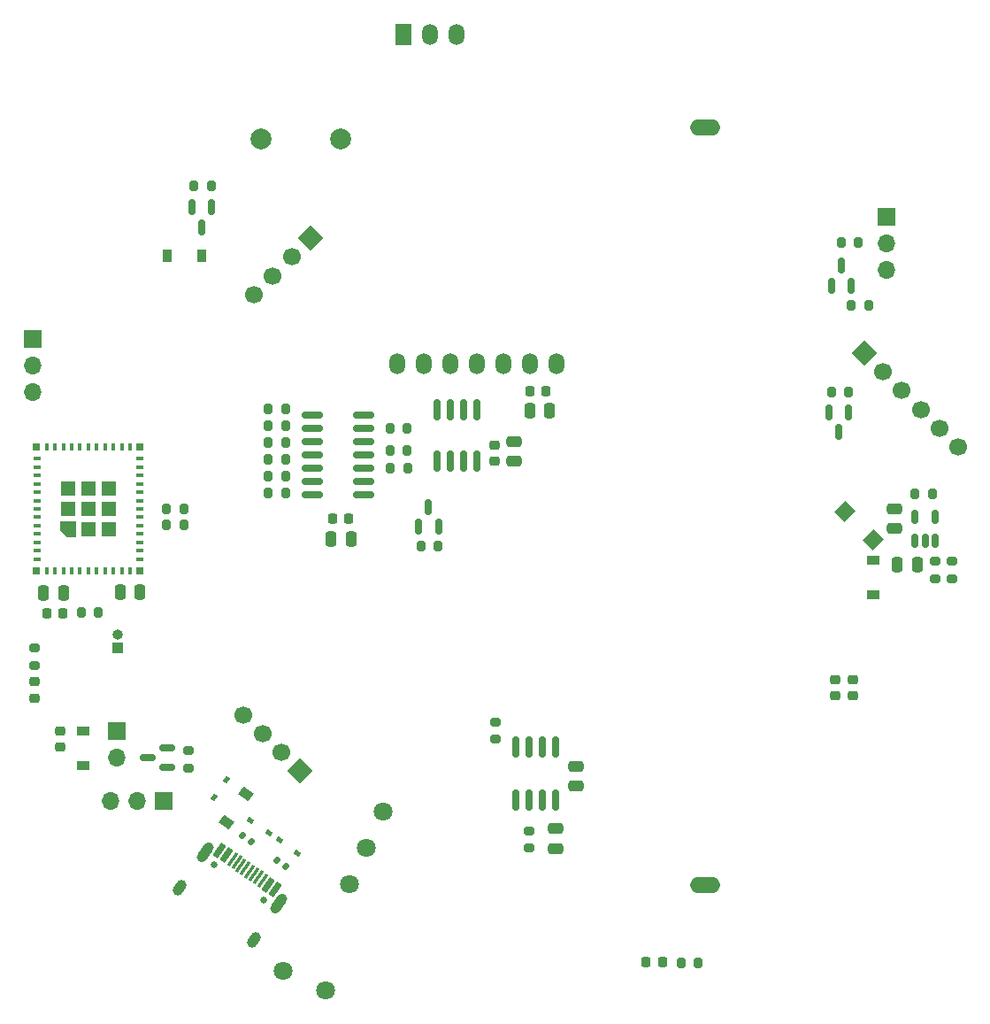
<source format=gts>
G04 #@! TF.GenerationSoftware,KiCad,Pcbnew,6.0.11-2627ca5db0~126~ubuntu20.04.1*
G04 #@! TF.CreationDate,2023-04-28T08:30:21+02:00*
G04 #@! TF.ProjectId,Semafor_bottom,53656d61-666f-4725-9f62-6f74746f6d2e,rev?*
G04 #@! TF.SameCoordinates,Original*
G04 #@! TF.FileFunction,Soldermask,Top*
G04 #@! TF.FilePolarity,Negative*
%FSLAX46Y46*%
G04 Gerber Fmt 4.6, Leading zero omitted, Abs format (unit mm)*
G04 Created by KiCad (PCBNEW 6.0.11-2627ca5db0~126~ubuntu20.04.1) date 2023-04-28 08:30:21*
%MOMM*%
%LPD*%
G01*
G04 APERTURE LIST*
G04 Aperture macros list*
%AMRoundRect*
0 Rectangle with rounded corners*
0 $1 Rounding radius*
0 $2 $3 $4 $5 $6 $7 $8 $9 X,Y pos of 4 corners*
0 Add a 4 corners polygon primitive as box body*
4,1,4,$2,$3,$4,$5,$6,$7,$8,$9,$2,$3,0*
0 Add four circle primitives for the rounded corners*
1,1,$1+$1,$2,$3*
1,1,$1+$1,$4,$5*
1,1,$1+$1,$6,$7*
1,1,$1+$1,$8,$9*
0 Add four rect primitives between the rounded corners*
20,1,$1+$1,$2,$3,$4,$5,0*
20,1,$1+$1,$4,$5,$6,$7,0*
20,1,$1+$1,$6,$7,$8,$9,0*
20,1,$1+$1,$8,$9,$2,$3,0*%
%AMHorizOval*
0 Thick line with rounded ends*
0 $1 width*
0 $2 $3 position (X,Y) of the first rounded end (center of the circle)*
0 $4 $5 position (X,Y) of the second rounded end (center of the circle)*
0 Add line between two ends*
20,1,$1,$2,$3,$4,$5,0*
0 Add two circle primitives to create the rounded ends*
1,1,$1,$2,$3*
1,1,$1,$4,$5*%
%AMRotRect*
0 Rectangle, with rotation*
0 The origin of the aperture is its center*
0 $1 length*
0 $2 width*
0 $3 Rotation angle, in degrees counterclockwise*
0 Add horizontal line*
21,1,$1,$2,0,0,$3*%
%AMOutline5P*
0 Free polygon, 5 corners , with rotation*
0 The origin of the aperture is its center*
0 number of corners: always 5*
0 $1 to $10 corner X, Y*
0 $11 Rotation angle, in degrees counterclockwise*
0 create outline with 5 corners*
4,1,5,$1,$2,$3,$4,$5,$6,$7,$8,$9,$10,$1,$2,$11*%
%AMOutline6P*
0 Free polygon, 6 corners , with rotation*
0 The origin of the aperture is its center*
0 number of corners: always 6*
0 $1 to $12 corner X, Y*
0 $13 Rotation angle, in degrees counterclockwise*
0 create outline with 6 corners*
4,1,6,$1,$2,$3,$4,$5,$6,$7,$8,$9,$10,$11,$12,$1,$2,$13*%
%AMOutline7P*
0 Free polygon, 7 corners , with rotation*
0 The origin of the aperture is its center*
0 number of corners: always 7*
0 $1 to $14 corner X, Y*
0 $15 Rotation angle, in degrees counterclockwise*
0 create outline with 7 corners*
4,1,7,$1,$2,$3,$4,$5,$6,$7,$8,$9,$10,$11,$12,$13,$14,$1,$2,$15*%
%AMOutline8P*
0 Free polygon, 8 corners , with rotation*
0 The origin of the aperture is its center*
0 number of corners: always 8*
0 $1 to $16 corner X, Y*
0 $17 Rotation angle, in degrees counterclockwise*
0 create outline with 8 corners*
4,1,8,$1,$2,$3,$4,$5,$6,$7,$8,$9,$10,$11,$12,$13,$14,$15,$16,$1,$2,$17*%
G04 Aperture macros list end*
%ADD10RoundRect,0.200000X0.200000X0.275000X-0.200000X0.275000X-0.200000X-0.275000X0.200000X-0.275000X0*%
%ADD11C,2.000000*%
%ADD12R,1.700000X1.700000*%
%ADD13O,1.700000X1.700000*%
%ADD14RoundRect,0.200000X-0.200000X-0.275000X0.200000X-0.275000X0.200000X0.275000X-0.200000X0.275000X0*%
%ADD15RoundRect,0.218750X0.256250X-0.218750X0.256250X0.218750X-0.256250X0.218750X-0.256250X-0.218750X0*%
%ADD16RoundRect,0.218750X-0.256250X0.218750X-0.256250X-0.218750X0.256250X-0.218750X0.256250X0.218750X0*%
%ADD17RoundRect,0.200000X0.275000X-0.200000X0.275000X0.200000X-0.275000X0.200000X-0.275000X-0.200000X0*%
%ADD18R,1.000000X1.000000*%
%ADD19O,1.000000X1.000000*%
%ADD20RoundRect,0.200000X-0.275000X0.200000X-0.275000X-0.200000X0.275000X-0.200000X0.275000X0.200000X0*%
%ADD21RoundRect,0.162500X0.162500X-0.825000X0.162500X0.825000X-0.162500X0.825000X-0.162500X-0.825000X0*%
%ADD22RoundRect,0.250000X-0.475000X0.250000X-0.475000X-0.250000X0.475000X-0.250000X0.475000X0.250000X0*%
%ADD23R,0.900000X1.200000*%
%ADD24RotRect,1.700000X1.700000X45.000000*%
%ADD25HorizOval,1.700000X0.000000X0.000000X0.000000X0.000000X0*%
%ADD26RoundRect,0.225000X0.225000X0.250000X-0.225000X0.250000X-0.225000X-0.250000X0.225000X-0.250000X0*%
%ADD27RoundRect,0.150000X0.150000X-0.512500X0.150000X0.512500X-0.150000X0.512500X-0.150000X-0.512500X0*%
%ADD28RotRect,0.600000X0.450000X55.000000*%
%ADD29RotRect,0.900000X1.200000X235.000000*%
%ADD30RoundRect,0.225000X0.250000X-0.225000X0.250000X0.225000X-0.250000X0.225000X-0.250000X-0.225000X0*%
%ADD31RoundRect,0.150000X0.150000X-0.587500X0.150000X0.587500X-0.150000X0.587500X-0.150000X-0.587500X0*%
%ADD32RoundRect,0.250000X-0.250000X-0.475000X0.250000X-0.475000X0.250000X0.475000X-0.250000X0.475000X0*%
%ADD33RoundRect,0.250000X0.250000X0.475000X-0.250000X0.475000X-0.250000X-0.475000X0.250000X-0.475000X0*%
%ADD34RotRect,0.600000X0.450000X145.000000*%
%ADD35RoundRect,0.150000X-0.150000X0.587500X-0.150000X-0.587500X0.150000X-0.587500X0.150000X0.587500X0*%
%ADD36R,1.200000X0.900000*%
%ADD37RoundRect,0.150000X0.587500X0.150000X-0.587500X0.150000X-0.587500X-0.150000X0.587500X-0.150000X0*%
%ADD38R,0.400000X0.800000*%
%ADD39R,0.800000X0.400000*%
%ADD40R,1.450000X1.450000*%
%ADD41Outline5P,-0.725000X0.125004X-0.125004X0.725000X0.725000X0.725000X0.725000X-0.725000X-0.725000X-0.725000X90.000000*%
%ADD42R,0.700000X0.700000*%
%ADD43O,2.900000X1.524000*%
%ADD44RoundRect,0.135000X-0.216697X-0.074110X0.004474X-0.228976X0.216697X0.074110X-0.004474X0.228976X0*%
%ADD45RoundRect,0.150000X-0.150000X0.825000X-0.150000X-0.825000X0.150000X-0.825000X0.150000X0.825000X0*%
%ADD46RoundRect,0.225000X-0.225000X-0.250000X0.225000X-0.250000X0.225000X0.250000X-0.225000X0.250000X0*%
%ADD47RotRect,1.700000X1.700000X315.000000*%
%ADD48HorizOval,1.700000X0.000000X0.000000X0.000000X0.000000X0*%
%ADD49C,0.650000*%
%ADD50RotRect,0.600000X1.450000X325.000000*%
%ADD51RotRect,0.300000X1.450000X325.000000*%
%ADD52HorizOval,1.000000X-0.315467X-0.450534X0.315467X0.450534X0*%
%ADD53HorizOval,1.000000X-0.172073X-0.245746X0.172073X0.245746X0*%
%ADD54RotRect,0.600000X0.450000X325.000000*%
%ADD55C,1.800000*%
%ADD56RoundRect,0.218750X0.218750X0.256250X-0.218750X0.256250X-0.218750X-0.256250X0.218750X-0.256250X0*%
%ADD57RotRect,1.700000X1.700000X225.000000*%
%ADD58HorizOval,1.700000X0.000000X0.000000X0.000000X0.000000X0*%
%ADD59RoundRect,0.250000X0.475000X-0.250000X0.475000X0.250000X-0.475000X0.250000X-0.475000X-0.250000X0*%
%ADD60RoundRect,0.150000X0.825000X0.150000X-0.825000X0.150000X-0.825000X-0.150000X0.825000X-0.150000X0*%
%ADD61RotRect,1.500000X1.400000X45.000000*%
%ADD62RoundRect,0.135000X0.216697X0.074110X-0.004474X0.228976X-0.216697X-0.074110X0.004474X-0.228976X0*%
%ADD63O,1.500000X2.000000*%
%ADD64R,1.500000X2.000000*%
%ADD65RoundRect,0.225000X-0.250000X0.225000X-0.250000X-0.225000X0.250000X-0.225000X0.250000X0.225000X0*%
G04 APERTURE END LIST*
D10*
G04 #@! TO.C,R11*
X182925000Y-73437500D03*
X181275000Y-73437500D03*
G04 #@! TD*
D11*
G04 #@! TO.C,BZ1*
X125790000Y-63500000D03*
X133410000Y-63500000D03*
G04 #@! TD*
D12*
G04 #@! TO.C,J4*
X103900000Y-82660000D03*
D13*
X103900000Y-85200000D03*
X103900000Y-87740000D03*
G04 #@! TD*
D12*
G04 #@! TO.C,J3*
X185592620Y-70937500D03*
D13*
X185592620Y-73477500D03*
X185592620Y-76017500D03*
G04 #@! TD*
D14*
G04 #@! TO.C,R12*
X165975000Y-142300000D03*
X167625000Y-142300000D03*
G04 #@! TD*
D15*
G04 #@! TO.C,D13*
X182380000Y-116787500D03*
X182380000Y-115212500D03*
G04 #@! TD*
D16*
G04 #@! TO.C,D15*
X104100000Y-115412500D03*
X104100000Y-116987500D03*
G04 #@! TD*
D17*
G04 #@! TO.C,R15*
X118821190Y-123672500D03*
X118821190Y-122022500D03*
G04 #@! TD*
D18*
G04 #@! TO.C,J2*
X112016745Y-112212482D03*
D19*
X112016745Y-110942482D03*
G04 #@! TD*
D20*
G04 #@! TO.C,R8*
X151400000Y-129715000D03*
X151400000Y-131365000D03*
G04 #@! TD*
D21*
G04 #@! TO.C,U2*
X150145000Y-126727500D03*
X151415000Y-126727500D03*
X152685000Y-126727500D03*
X153955000Y-126727500D03*
X153955000Y-121652500D03*
X152685000Y-121652500D03*
X151415000Y-121652500D03*
X150145000Y-121652500D03*
G04 #@! TD*
D10*
G04 #@! TO.C,R16*
X139762500Y-93300000D03*
X138112500Y-93300000D03*
G04 #@! TD*
D22*
G04 #@! TO.C,C13*
X186400000Y-98900000D03*
X186400000Y-100800000D03*
G04 #@! TD*
D23*
G04 #@! TO.C,D21*
X116800000Y-74700000D03*
X120100000Y-74700000D03*
G04 #@! TD*
D10*
G04 #@! TO.C,R22*
X128125000Y-94150000D03*
X126475000Y-94150000D03*
G04 #@! TD*
D24*
G04 #@! TO.C,J8*
X183500000Y-84000000D03*
D25*
X185296051Y-85796051D03*
X187092102Y-87592102D03*
X188888154Y-89388154D03*
X190684205Y-91184205D03*
X192480256Y-92980256D03*
G04 #@! TD*
D26*
G04 #@! TO.C,C4*
X134161786Y-99800000D03*
X132611786Y-99800000D03*
G04 #@! TD*
D27*
G04 #@! TO.C,U3*
X188375000Y-101925000D03*
X189325000Y-101925000D03*
X190275000Y-101925000D03*
X190275000Y-99650000D03*
X188375000Y-99650000D03*
G04 #@! TD*
D28*
G04 #@! TO.C,D18*
X121243146Y-126528138D03*
X122447656Y-124807918D03*
G04 #@! TD*
D29*
G04 #@! TO.C,D24*
X124326465Y-126147969D03*
X122433663Y-128851171D03*
G04 #@! TD*
D30*
G04 #@! TO.C,C6*
X148100000Y-94345000D03*
X148100000Y-92795000D03*
G04 #@! TD*
D31*
G04 #@! TO.C,Q6*
X180350000Y-77525000D03*
X182250000Y-77525000D03*
X181300000Y-75650000D03*
G04 #@! TD*
D32*
G04 #@! TO.C,C14*
X186650000Y-104225000D03*
X188550000Y-104225000D03*
G04 #@! TD*
D33*
G04 #@! TO.C,C3*
X134386786Y-101750000D03*
X132486786Y-101750000D03*
G04 #@! TD*
D10*
G04 #@! TO.C,R30*
X128125000Y-97400000D03*
X126475000Y-97400000D03*
G04 #@! TD*
D34*
G04 #@! TO.C,D20*
X129249263Y-131792344D03*
X127529043Y-130587834D03*
G04 #@! TD*
D35*
G04 #@! TO.C,Q3*
X121050000Y-70062500D03*
X119150000Y-70062500D03*
X120100000Y-71937500D03*
G04 #@! TD*
D14*
G04 #@! TO.C,R7*
X116725000Y-100450000D03*
X118375000Y-100450000D03*
G04 #@! TD*
D36*
G04 #@! TO.C,D22*
X108721190Y-120127500D03*
X108721190Y-123427500D03*
G04 #@! TD*
D33*
G04 #@! TO.C,C8*
X106856698Y-106917961D03*
X104956698Y-106917961D03*
G04 #@! TD*
D37*
G04 #@! TO.C,Q4*
X116828690Y-123657500D03*
X116828690Y-121757500D03*
X114953690Y-122707500D03*
G04 #@! TD*
D14*
G04 #@! TO.C,R5*
X108547604Y-108826337D03*
X110197604Y-108826337D03*
G04 #@! TD*
D10*
G04 #@! TO.C,R17*
X139787500Y-95000000D03*
X138137500Y-95000000D03*
G04 #@! TD*
D38*
G04 #@! TO.C,U1*
X105250000Y-104800000D03*
X106050000Y-104800000D03*
X106850000Y-104800000D03*
X107650000Y-104800000D03*
X108450000Y-104800000D03*
X109250000Y-104800000D03*
X110050000Y-104800000D03*
X110850000Y-104800000D03*
X111650000Y-104800000D03*
X112450000Y-104800000D03*
X113250000Y-104800000D03*
D39*
X114150000Y-103700000D03*
X114150000Y-102900000D03*
X114150000Y-102100000D03*
X114150000Y-101300000D03*
X114150000Y-100500000D03*
X114150000Y-99700000D03*
X114150000Y-98900000D03*
X114150000Y-98100000D03*
X114150000Y-97300000D03*
X114150000Y-96500000D03*
X114150000Y-95700000D03*
X114150000Y-94900000D03*
X114150000Y-94100000D03*
D38*
X113250000Y-93000000D03*
X112450000Y-93000000D03*
X111650000Y-93000000D03*
X110850000Y-93000000D03*
X110050000Y-93000000D03*
X109250000Y-93000000D03*
X108450000Y-93000000D03*
X107650000Y-93000000D03*
X106850000Y-93000000D03*
X106050000Y-93000000D03*
X105250000Y-93000000D03*
D39*
X104350000Y-94100000D03*
X104350000Y-94900000D03*
X104350000Y-95700000D03*
X104350000Y-96500000D03*
X104350000Y-97300000D03*
X104350000Y-98100000D03*
X104350000Y-98900000D03*
X104350000Y-99700000D03*
X104350000Y-100500000D03*
X104350000Y-101300000D03*
X104350000Y-102100000D03*
X104350000Y-102900000D03*
X104350000Y-103700000D03*
D40*
X111225000Y-98900000D03*
D41*
X107275000Y-100875000D03*
D40*
X109250000Y-100875000D03*
X109250000Y-98900000D03*
X111225000Y-100875000D03*
X111225000Y-96925000D03*
X107275000Y-98900000D03*
X107275000Y-96925000D03*
X109250000Y-96925000D03*
D42*
X104300000Y-92950000D03*
X114200000Y-92950000D03*
X114200000Y-104850000D03*
X104300000Y-104850000D03*
G04 #@! TD*
D26*
G04 #@! TO.C,C9*
X106831698Y-108851338D03*
X105281698Y-108851338D03*
G04 #@! TD*
D32*
G04 #@! TO.C,C2*
X112311745Y-106847482D03*
X114211745Y-106847482D03*
G04 #@! TD*
D43*
G04 #@! TO.C,BT1*
X168270000Y-134880000D03*
X168270000Y-62380000D03*
G04 #@! TD*
D22*
G04 #@! TO.C,C1*
X153950000Y-129490000D03*
X153950000Y-131390000D03*
G04 #@! TD*
D10*
G04 #@! TO.C,R18*
X139762500Y-91200000D03*
X138112500Y-91200000D03*
G04 #@! TD*
D14*
G04 #@! TO.C,R21*
X126475000Y-89300000D03*
X128125000Y-89300000D03*
G04 #@! TD*
D44*
G04 #@! TO.C,R3*
X127278904Y-132549040D03*
X128114440Y-133134088D03*
G04 #@! TD*
D45*
G04 #@! TO.C,U6*
X146455000Y-89375000D03*
X145185000Y-89375000D03*
X143915000Y-89375000D03*
X142645000Y-89375000D03*
X142645000Y-94325000D03*
X143915000Y-94325000D03*
X145185000Y-94325000D03*
X146455000Y-94325000D03*
G04 #@! TD*
D17*
G04 #@! TO.C,R29*
X104100000Y-113850000D03*
X104100000Y-112200000D03*
G04 #@! TD*
D46*
G04 #@! TO.C,C26*
X151475000Y-87650000D03*
X153025000Y-87650000D03*
G04 #@! TD*
D10*
G04 #@! TO.C,R20*
X128125000Y-92550000D03*
X126475000Y-92550000D03*
G04 #@! TD*
D47*
G04 #@! TO.C,J9*
X130500000Y-73000000D03*
D48*
X128703949Y-74796051D03*
X126907898Y-76592102D03*
X125111846Y-78388154D03*
G04 #@! TD*
D10*
G04 #@! TO.C,R23*
X128125000Y-90950000D03*
X126475000Y-90950000D03*
G04 #@! TD*
D49*
G04 #@! TO.C,J1*
X121274287Y-132965194D03*
X126008986Y-136280466D03*
D50*
X121808211Y-131575032D03*
X122463532Y-132033893D03*
D51*
X123446515Y-132722184D03*
X124265667Y-133295761D03*
X124675243Y-133582549D03*
X125494395Y-134156126D03*
D50*
X126477377Y-134844417D03*
X127132699Y-135303278D03*
X127132699Y-135303278D03*
X126477377Y-134844417D03*
D51*
X125903971Y-134442914D03*
X125084819Y-133869337D03*
X123856091Y-133008973D03*
X123036939Y-132435396D03*
D50*
X122463532Y-132033893D03*
X121808211Y-131575032D03*
D52*
X127484369Y-136666529D03*
D53*
X118009346Y-135134884D03*
X125086820Y-140090585D03*
D52*
X120406895Y-131710829D03*
G04 #@! TD*
D10*
G04 #@! TO.C,R1*
X118375000Y-98900000D03*
X116725000Y-98900000D03*
G04 #@! TD*
D54*
G04 #@! TO.C,D19*
X124784884Y-128666353D03*
X126505104Y-129870863D03*
G04 #@! TD*
D14*
G04 #@! TO.C,R13*
X188375000Y-97475000D03*
X190025000Y-97475000D03*
G04 #@! TD*
D55*
G04 #@! TO.C,SW1*
X134193802Y-134791913D03*
X135803977Y-131338880D03*
X137414153Y-127885848D03*
X131916535Y-144940326D03*
X127883465Y-143059674D03*
G04 #@! TD*
D10*
G04 #@! TO.C,R19*
X128124286Y-95750000D03*
X126474286Y-95750000D03*
G04 #@! TD*
D32*
G04 #@! TO.C,C7*
X151470000Y-89530000D03*
X153370000Y-89530000D03*
G04 #@! TD*
D56*
G04 #@! TO.C,D16*
X164212500Y-142275000D03*
X162637500Y-142275000D03*
G04 #@! TD*
D36*
G04 #@! TO.C,D17*
X184350000Y-107125000D03*
X184350000Y-103825000D03*
G04 #@! TD*
D17*
G04 #@! TO.C,R9*
X191925000Y-105575000D03*
X191925000Y-103925000D03*
G04 #@! TD*
D57*
G04 #@! TO.C,J11*
X129500000Y-124000000D03*
D58*
X127703949Y-122203949D03*
X125907898Y-120407898D03*
X124111846Y-118611846D03*
G04 #@! TD*
D12*
G04 #@! TO.C,M1*
X112000000Y-120175000D03*
D13*
X112000000Y-122715000D03*
G04 #@! TD*
D59*
G04 #@! TO.C,C5*
X150020000Y-94330000D03*
X150020000Y-92430000D03*
G04 #@! TD*
D20*
G04 #@! TO.C,R10*
X190275000Y-103925000D03*
X190275000Y-105575000D03*
G04 #@! TD*
D10*
G04 #@! TO.C,R14*
X121025000Y-68025000D03*
X119375000Y-68025000D03*
G04 #@! TD*
D12*
G04 #@! TO.C,J13*
X116475000Y-126875000D03*
D13*
X113935000Y-126875000D03*
X111395000Y-126875000D03*
G04 #@! TD*
D35*
G04 #@! TO.C,Q7*
X182025000Y-89637500D03*
X180125000Y-89637500D03*
X181075000Y-91512500D03*
G04 #@! TD*
D31*
G04 #@! TO.C,Q2*
X140850000Y-100587500D03*
X142750000Y-100587500D03*
X141800000Y-98712500D03*
G04 #@! TD*
D17*
G04 #@! TO.C,R6*
X148200000Y-120915000D03*
X148200000Y-119265000D03*
G04 #@! TD*
D60*
G04 #@! TO.C,U5*
X135612500Y-97560000D03*
X135612500Y-96290000D03*
X135612500Y-95020000D03*
X135612500Y-93750000D03*
X135612500Y-92480000D03*
X135612500Y-91210000D03*
X135612500Y-89940000D03*
X130662500Y-89940000D03*
X130662500Y-91210000D03*
X130662500Y-92480000D03*
X130662500Y-93750000D03*
X130662500Y-95020000D03*
X130662500Y-96290000D03*
X130662500Y-97560000D03*
G04 #@! TD*
D15*
G04 #@! TO.C,D14*
X180700000Y-116787500D03*
X180700000Y-115212500D03*
G04 #@! TD*
D22*
G04 #@! TO.C,C10*
X155950000Y-123540000D03*
X155950000Y-125440000D03*
G04 #@! TD*
D61*
G04 #@! TO.C,L1*
X181681500Y-99181500D03*
X184368500Y-101868500D03*
G04 #@! TD*
D62*
G04 #@! TO.C,R2*
X124833753Y-130714850D03*
X123998217Y-130129802D03*
G04 #@! TD*
D63*
G04 #@! TO.C,U4*
X138780000Y-85000000D03*
X141320000Y-85000000D03*
X143860000Y-85000000D03*
X146400000Y-85000000D03*
X148940000Y-85000000D03*
X151480000Y-85000000D03*
X154020000Y-85000000D03*
X144480000Y-53500000D03*
X141940000Y-53500000D03*
D64*
X139400000Y-53500000D03*
G04 #@! TD*
D10*
G04 #@! TO.C,R24*
X182025000Y-87750000D03*
X180375000Y-87750000D03*
G04 #@! TD*
G04 #@! TO.C,R28*
X183925000Y-79400000D03*
X182275000Y-79400000D03*
G04 #@! TD*
D14*
G04 #@! TO.C,R25*
X141075000Y-102470000D03*
X142725000Y-102470000D03*
G04 #@! TD*
D65*
G04 #@! TO.C,C25*
X106571190Y-120122500D03*
X106571190Y-121672500D03*
G04 #@! TD*
M02*

</source>
